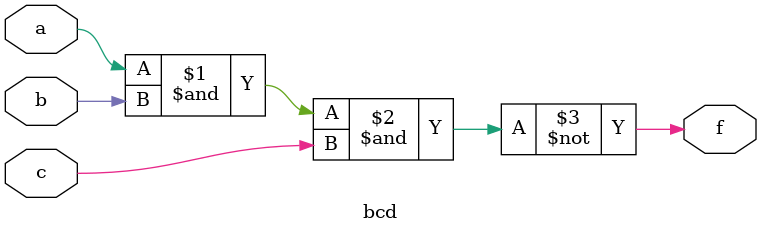
<source format=sv>
`timescale 1ns/1ps

module bcd(input logic a, b, c,
							output logic f);
	assign f = ~(a & b & c);				
endmodule
</source>
